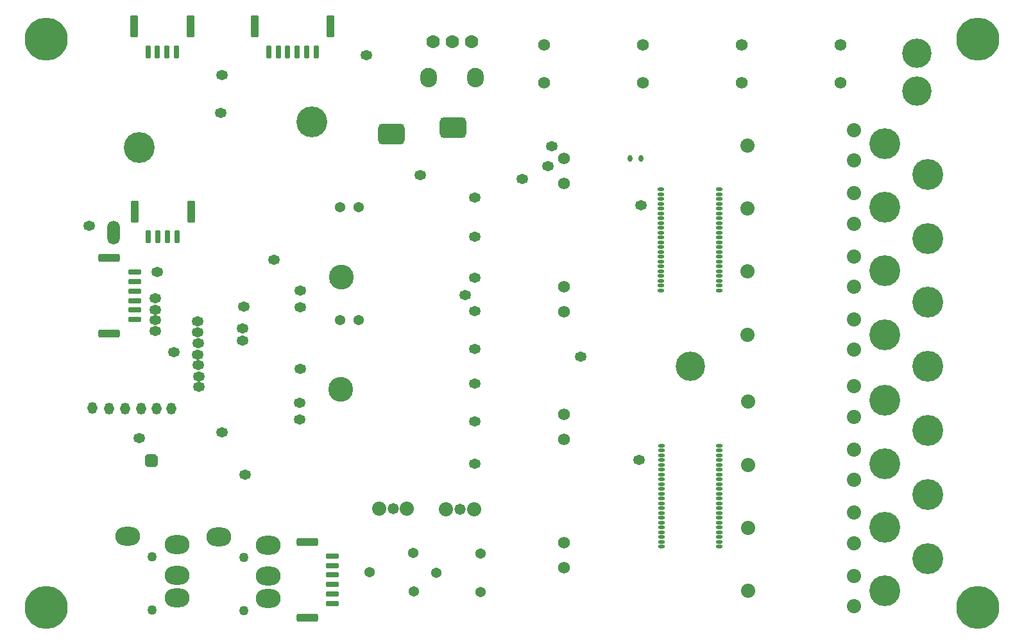
<source format=gbr>
%TF.GenerationSoftware,KiCad,Pcbnew,8.0.3*%
%TF.CreationDate,2024-09-02T13:54:09+02:00*%
%TF.ProjectId,uberamp1,75626572-616d-4703-912e-6b696361645f,rev?*%
%TF.SameCoordinates,Original*%
%TF.FileFunction,Soldermask,Bot*%
%TF.FilePolarity,Negative*%
%FSLAX46Y46*%
G04 Gerber Fmt 4.6, Leading zero omitted, Abs format (unit mm)*
G04 Created by KiCad (PCBNEW 8.0.3) date 2024-09-02 13:54:09*
%MOMM*%
%LPD*%
G01*
G04 APERTURE LIST*
G04 Aperture macros list*
%AMRoundRect*
0 Rectangle with rounded corners*
0 $1 Rounding radius*
0 $2 $3 $4 $5 $6 $7 $8 $9 X,Y pos of 4 corners*
0 Add a 4 corners polygon primitive as box body*
4,1,4,$2,$3,$4,$5,$6,$7,$8,$9,$2,$3,0*
0 Add four circle primitives for the rounded corners*
1,1,$1+$1,$2,$3*
1,1,$1+$1,$4,$5*
1,1,$1+$1,$6,$7*
1,1,$1+$1,$8,$9*
0 Add four rect primitives between the rounded corners*
20,1,$1+$1,$2,$3,$4,$5,0*
20,1,$1+$1,$4,$5,$6,$7,0*
20,1,$1+$1,$6,$7,$8,$9,0*
20,1,$1+$1,$8,$9,$2,$3,0*%
%AMFreePoly0*
4,1,41,0.405944,0.837532,0.529551,0.817955,0.540859,0.814281,0.652366,0.757465,0.661984,0.750477,0.750477,0.661984,0.757465,0.652366,0.814281,0.540859,0.817955,0.529551,0.837532,0.405944,0.838000,0.400000,0.838000,-0.400000,0.837532,-0.405944,0.817955,-0.529551,0.814281,-0.540859,0.757465,-0.652366,0.750477,-0.661984,0.661984,-0.750477,0.652366,-0.757465,0.540859,-0.814281,
0.529551,-0.817955,0.405944,-0.837532,0.400000,-0.838000,-0.400000,-0.838000,-0.405944,-0.837532,-0.529551,-0.817955,-0.540859,-0.814281,-0.652366,-0.757465,-0.661984,-0.750477,-0.750477,-0.661984,-0.757465,-0.652366,-0.814281,-0.540859,-0.817955,-0.529551,-0.837532,-0.405944,-0.838000,-0.400000,-0.838000,0.480000,-0.826870,0.506870,-0.506870,0.826870,-0.480000,0.838000,0.400000,0.838000,
0.405944,0.837532,0.405944,0.837532,$1*%
G04 Aperture macros list end*
%ADD10C,3.676000*%
%ADD11C,5.676000*%
%ADD12C,4.076000*%
%ADD13C,3.276000*%
%ADD14O,1.676000X3.076000*%
%ADD15C,1.676000*%
%ADD16RoundRect,0.555200X1.182800X-0.832800X1.182800X0.832800X-1.182800X0.832800X-1.182800X-0.832800X0*%
%ADD17FreePoly0,270.000000*%
%ADD18C,3.876000*%
%ADD19O,1.576000X1.276000*%
%ADD20O,0.881000X0.461000*%
%ADD21C,1.876000*%
%ADD22C,1.376000*%
%ADD23RoundRect,0.169000X-0.719000X0.169000X-0.719000X-0.169000X0.719000X-0.169000X0.719000X0.169000X0*%
%ADD24RoundRect,0.269000X-1.169000X0.269000X-1.169000X-0.269000X1.169000X-0.269000X1.169000X0.269000X0*%
%ADD25C,1.576000*%
%ADD26RoundRect,0.169000X0.169000X0.719000X-0.169000X0.719000X-0.169000X-0.719000X0.169000X-0.719000X0*%
%ADD27RoundRect,0.269000X0.269000X1.169000X-0.269000X1.169000X-0.269000X-1.169000X0.269000X-1.169000X0*%
%ADD28O,1.276000X1.576000*%
%ADD29O,2.213656X2.584714*%
%ADD30C,1.476000*%
%ADD31C,1.276000*%
%ADD32O,3.276000X2.476000*%
%ADD33C,1.776000*%
%ADD34RoundRect,0.242400X0.060600X0.185600X-0.060600X0.185600X-0.060600X-0.185600X0.060600X-0.185600X0*%
G04 APERTURE END LIST*
D10*
%TO.C,H3*%
X15080000Y-102960000D03*
D11*
X15080000Y-102960000D03*
%TD*%
D10*
%TO.C,H4*%
X138080000Y-27960000D03*
D11*
X138080000Y-27960000D03*
%TD*%
D10*
%TO.C,H2*%
X138080000Y-102960000D03*
D11*
X138080000Y-102960000D03*
%TD*%
D12*
%TO.C,U26*%
X27360000Y-42300000D03*
%TD*%
D13*
%TO.C,U9*%
X54100000Y-59370000D03*
%TD*%
D14*
%TO.C,U23*%
X23990000Y-53510000D03*
D15*
X23985000Y-54210000D03*
X23985000Y-52820000D03*
%TD*%
D10*
%TO.C,H5*%
X15080000Y-27960000D03*
D11*
X15080000Y-27960000D03*
%TD*%
D13*
%TO.C,U14*%
X54000000Y-74182651D03*
%TD*%
D16*
%TO.C,U18*%
X68760000Y-39670000D03*
%TD*%
%TO.C,U19*%
X60650000Y-40540000D03*
%TD*%
D17*
%TO.C,U29*%
X29040000Y-83570000D03*
%TD*%
D18*
%TO.C,H6*%
X100160000Y-71190000D03*
%TD*%
D19*
%TO.C,s15*%
X29535000Y-66480000D03*
%TD*%
%TO.C,s20*%
X29495000Y-62200000D03*
%TD*%
%TO.C,s38*%
X48550000Y-78222651D03*
%TD*%
D20*
%TO.C,IC1*%
X96265000Y-61170000D03*
X96265000Y-60535000D03*
X96265000Y-59900000D03*
X96265000Y-59265000D03*
X96265000Y-58630000D03*
X96265000Y-57995000D03*
X96265000Y-57360000D03*
X96265000Y-56725000D03*
X96265000Y-56090000D03*
X96265000Y-55455000D03*
X96265000Y-54820000D03*
X96265000Y-54185000D03*
X96265000Y-53550000D03*
X96265000Y-52915000D03*
X96265000Y-52280000D03*
X96265000Y-51645000D03*
X96265000Y-51010000D03*
X96265000Y-50375000D03*
X96265000Y-49740000D03*
X96265000Y-49105000D03*
X96265000Y-48470000D03*
X96265000Y-47835000D03*
X103900000Y-47835000D03*
X103900000Y-48470000D03*
X103900000Y-49105000D03*
X103900000Y-49740000D03*
X103900000Y-50375000D03*
X103900000Y-51010000D03*
X103900000Y-51645000D03*
X103900000Y-52280000D03*
X103900000Y-52915000D03*
X103900000Y-53550000D03*
X103900000Y-54185000D03*
X103900000Y-54820000D03*
X103900000Y-55455000D03*
X103900000Y-56090000D03*
X103900000Y-56725000D03*
X103900000Y-57360000D03*
X103900000Y-57995000D03*
X103900000Y-58630000D03*
X103900000Y-59265000D03*
X103900000Y-59900000D03*
X103900000Y-60535000D03*
X103900000Y-61170000D03*
%TD*%
D19*
%TO.C,s30*%
X93570000Y-49940000D03*
%TD*%
%TO.C,s58*%
X71670000Y-84050000D03*
%TD*%
%TO.C,s57*%
X71670000Y-63850000D03*
%TD*%
%TO.C,s45*%
X85620000Y-69860000D03*
%TD*%
%TO.C,s18*%
X35135000Y-66670000D03*
%TD*%
%TO.C,s55*%
X71670000Y-59470000D03*
%TD*%
D12*
%TO.C,TP24*%
X50180000Y-38930000D03*
%TD*%
D19*
%TO.C,s44*%
X64450000Y-45970000D03*
%TD*%
%TO.C,s27*%
X35105000Y-65200000D03*
%TD*%
%TO.C,s42*%
X77950000Y-46460000D03*
%TD*%
%TO.C,s19*%
X29495000Y-63680000D03*
%TD*%
D21*
%TO.C,L4*%
X121700000Y-44000000D03*
X121700000Y-40000000D03*
X107700000Y-42000000D03*
%TD*%
D12*
%TO.C,TP15*%
X131490000Y-71194998D03*
%TD*%
D19*
%TO.C,s51*%
X71670000Y-48870000D03*
%TD*%
D21*
%TO.C,L2*%
X121700000Y-60666666D03*
X121700000Y-56666666D03*
X107700000Y-58666666D03*
%TD*%
D22*
%TO.C,RV3*%
X72445000Y-100940000D03*
X66625000Y-98400000D03*
X72435000Y-95850000D03*
%TD*%
D21*
%TO.C,L7*%
X121712500Y-86158333D03*
X121712500Y-82158333D03*
X107712500Y-84158333D03*
%TD*%
D19*
%TO.C,s13*%
X35155000Y-68140000D03*
%TD*%
D23*
%TO.C,J3*%
X26805000Y-58740000D03*
X26805000Y-59990000D03*
X26805000Y-61240000D03*
X26805000Y-62490000D03*
X26805000Y-63740000D03*
X26805000Y-64990000D03*
D24*
X23455000Y-56890000D03*
X23455000Y-66840000D03*
%TD*%
D12*
%TO.C,TP8*%
X125737500Y-84016668D03*
%TD*%
D25*
%TO.C,C128*%
X106886666Y-28730000D03*
X106886666Y-33730000D03*
%TD*%
D26*
%TO.C,J4*%
X32365000Y-54100000D03*
X31115000Y-54100000D03*
X29865000Y-54100000D03*
X28615000Y-54100000D03*
D27*
X34215000Y-50750000D03*
X26765000Y-50750000D03*
%TD*%
D19*
%TO.C,s54*%
X71670000Y-73460000D03*
%TD*%
D25*
%TO.C,C162*%
X80780000Y-28730000D03*
X80780000Y-33730000D03*
%TD*%
D19*
%TO.C,s24*%
X48620000Y-71472651D03*
%TD*%
%TO.C,s21*%
X29760000Y-58710000D03*
%TD*%
D25*
%TO.C,s5*%
X83480000Y-80836666D03*
%TD*%
D19*
%TO.C,s9*%
X38360000Y-79890000D03*
%TD*%
D28*
%TO.C,s49*%
X21180000Y-76690000D03*
%TD*%
D12*
%TO.C,TP9*%
X131490000Y-45810000D03*
%TD*%
%TO.C,TP12*%
X131490000Y-96580000D03*
%TD*%
D21*
%TO.C,L8*%
X121712500Y-77825000D03*
X121712500Y-73825000D03*
X107712500Y-75825000D03*
%TD*%
D19*
%TO.C,s46*%
X81830000Y-42150000D03*
%TD*%
D29*
%TO.C,L9*%
X71766828Y-33080000D03*
X65593172Y-33080000D03*
%TD*%
D19*
%TO.C,s39*%
X48650000Y-61210000D03*
%TD*%
%TO.C,s43*%
X41400000Y-85500000D03*
%TD*%
D25*
%TO.C,s2*%
X83470000Y-60650000D03*
%TD*%
D21*
%TO.C,L3*%
X121700000Y-52333333D03*
X121700000Y-48333333D03*
X107700000Y-50333333D03*
%TD*%
D19*
%TO.C,s23*%
X45170000Y-57110000D03*
%TD*%
%TO.C,s29*%
X38310000Y-32690000D03*
%TD*%
D18*
%TO.C,J10*%
X129980000Y-34850000D03*
X129980000Y-29850000D03*
%TD*%
D19*
%TO.C,s8*%
X35235000Y-72510000D03*
%TD*%
%TO.C,s50*%
X70440000Y-61770000D03*
%TD*%
%TO.C,s56*%
X71670000Y-78450000D03*
%TD*%
D30*
%TO.C,J2*%
X69730000Y-90055000D03*
D21*
X67900000Y-90055000D03*
X71560000Y-90055000D03*
%TD*%
D25*
%TO.C,s6*%
X83470000Y-94443334D03*
%TD*%
D19*
%TO.C,s22*%
X20830000Y-52660000D03*
%TD*%
D12*
%TO.C,TP7*%
X125737500Y-92408334D03*
%TD*%
D31*
%TO.C,J8*%
X29120000Y-103335000D03*
X29120000Y-96335000D03*
D32*
X32370000Y-98735000D03*
X32370000Y-101735000D03*
X25870000Y-93635000D03*
X32370000Y-94735000D03*
%TD*%
D19*
%TO.C,s25*%
X57330000Y-30140000D03*
%TD*%
D28*
%TO.C,s33*%
X27625000Y-76770000D03*
%TD*%
D22*
%TO.C,C39*%
X56370000Y-65090000D03*
X53870000Y-65090000D03*
%TD*%
D12*
%TO.C,TP10*%
X131490000Y-62733332D03*
%TD*%
D25*
%TO.C,s7*%
X83480000Y-97733334D03*
%TD*%
%TO.C,C127*%
X93833333Y-28730000D03*
X93833333Y-33730000D03*
%TD*%
D19*
%TO.C,s31*%
X93320000Y-83530000D03*
%TD*%
D12*
%TO.C,TP14*%
X131490000Y-88118330D03*
%TD*%
D26*
%TO.C,J7*%
X50740000Y-29680000D03*
X49490000Y-29680000D03*
X48240000Y-29680000D03*
X46990000Y-29680000D03*
X45740000Y-29680000D03*
X44490000Y-29680000D03*
D27*
X52590000Y-26330000D03*
X42640000Y-26330000D03*
%TD*%
D33*
%TO.C,U20*%
X71270000Y-28280000D03*
X68730000Y-28280000D03*
X66190000Y-28280000D03*
%TD*%
D25*
%TO.C,s4*%
X83470000Y-77546666D03*
%TD*%
D19*
%TO.C,s11*%
X35185000Y-71030000D03*
%TD*%
%TO.C,s17*%
X41060000Y-67770000D03*
%TD*%
D12*
%TO.C,TP3*%
X125750000Y-50191668D03*
%TD*%
%TO.C,TP1*%
X125750000Y-66975002D03*
%TD*%
D26*
%TO.C,J11*%
X32295000Y-29640000D03*
X31045000Y-29640000D03*
X29795000Y-29640000D03*
X28545000Y-29640000D03*
D27*
X34145000Y-26290000D03*
X26695000Y-26290000D03*
%TD*%
D25*
%TO.C,s0*%
X83470000Y-43753334D03*
%TD*%
D12*
%TO.C,TP13*%
X131490000Y-54271666D03*
%TD*%
D19*
%TO.C,s48*%
X32000000Y-69300000D03*
%TD*%
%TO.C,s53*%
X71670000Y-54090000D03*
%TD*%
D25*
%TO.C,s3*%
X83480000Y-63940000D03*
%TD*%
D19*
%TO.C,s37*%
X48650000Y-63410000D03*
%TD*%
D21*
%TO.C,L1*%
X121700000Y-69000000D03*
X121700000Y-65000000D03*
X107700000Y-67000000D03*
%TD*%
D19*
%TO.C,s12*%
X41200000Y-63260000D03*
%TD*%
D12*
%TO.C,TP6*%
X125737500Y-75625002D03*
%TD*%
D25*
%TO.C,s1*%
X83480000Y-47043334D03*
%TD*%
D19*
%TO.C,s41*%
X27420000Y-80640000D03*
%TD*%
D30*
%TO.C,J9*%
X60885000Y-89975000D03*
D21*
X59055000Y-89975000D03*
X62715000Y-89975000D03*
%TD*%
D25*
%TO.C,C132*%
X119940000Y-28730000D03*
X119940000Y-33730000D03*
%TD*%
D23*
%TO.C,J12*%
X52920000Y-96215000D03*
X52920000Y-97465000D03*
X52920000Y-98715000D03*
X52920000Y-99965000D03*
X52920000Y-101215000D03*
X52920000Y-102465000D03*
D24*
X49570000Y-94365000D03*
X49570000Y-104315000D03*
%TD*%
D22*
%TO.C,C4*%
X56370000Y-50160000D03*
X53870000Y-50160000D03*
%TD*%
D28*
%TO.C,s35*%
X23425000Y-76770000D03*
%TD*%
D19*
%TO.C,s10*%
X41070000Y-66170000D03*
%TD*%
D12*
%TO.C,TP2*%
X125750000Y-58583334D03*
%TD*%
D19*
%TO.C,s28*%
X38140000Y-37710000D03*
%TD*%
D21*
%TO.C,L5*%
X121712500Y-102825000D03*
X121712500Y-98825000D03*
X107712500Y-100825000D03*
%TD*%
D28*
%TO.C,s32*%
X29725000Y-76770000D03*
%TD*%
D19*
%TO.C,s16*%
X29505000Y-65070000D03*
%TD*%
%TO.C,s26*%
X35275000Y-73880000D03*
%TD*%
D21*
%TO.C,L6*%
X121712500Y-94491666D03*
X121712500Y-90491666D03*
X107712500Y-92491666D03*
%TD*%
D12*
%TO.C,TP11*%
X131490000Y-79656664D03*
%TD*%
D19*
%TO.C,s40*%
X48550000Y-76022651D03*
%TD*%
%TO.C,s14*%
X35135000Y-69630000D03*
%TD*%
D20*
%TO.C,IC2*%
X96277500Y-94995000D03*
X96277500Y-94360000D03*
X96277500Y-93725000D03*
X96277500Y-93090000D03*
X96277500Y-92455000D03*
X96277500Y-91820000D03*
X96277500Y-91185000D03*
X96277500Y-90550000D03*
X96277500Y-89915000D03*
X96277500Y-89280000D03*
X96277500Y-88645000D03*
X96277500Y-88010000D03*
X96277500Y-87375000D03*
X96277500Y-86740000D03*
X96277500Y-86105000D03*
X96277500Y-85470000D03*
X96277500Y-84835000D03*
X96277500Y-84200000D03*
X96277500Y-83565000D03*
X96277500Y-82930000D03*
X96277500Y-82295000D03*
X96277500Y-81660000D03*
X103912500Y-81660000D03*
X103912500Y-82295000D03*
X103912500Y-82930000D03*
X103912500Y-83565000D03*
X103912500Y-84200000D03*
X103912500Y-84835000D03*
X103912500Y-85470000D03*
X103912500Y-86105000D03*
X103912500Y-86740000D03*
X103912500Y-87375000D03*
X103912500Y-88010000D03*
X103912500Y-88645000D03*
X103912500Y-89280000D03*
X103912500Y-89915000D03*
X103912500Y-90550000D03*
X103912500Y-91185000D03*
X103912500Y-91820000D03*
X103912500Y-92455000D03*
X103912500Y-93090000D03*
X103912500Y-93725000D03*
X103912500Y-94360000D03*
X103912500Y-94995000D03*
%TD*%
D22*
%TO.C,RV4*%
X63600000Y-100860000D03*
X57780000Y-98320000D03*
X63590000Y-95770000D03*
%TD*%
D34*
%TO.C,TH2*%
X93575000Y-43710000D03*
X92205000Y-43710000D03*
%TD*%
D28*
%TO.C,s34*%
X25525000Y-76770000D03*
%TD*%
D12*
%TO.C,TP4*%
X125750000Y-41800002D03*
%TD*%
D19*
%TO.C,s52*%
X71670000Y-68850000D03*
%TD*%
D28*
%TO.C,s36*%
X31665000Y-76790000D03*
%TD*%
D31*
%TO.C,J6*%
X41180000Y-103425000D03*
X41180000Y-96425000D03*
D32*
X44430000Y-98825000D03*
X44430000Y-101825000D03*
X37930000Y-93725000D03*
X44430000Y-94825000D03*
%TD*%
D12*
%TO.C,TP5*%
X125737500Y-100800002D03*
%TD*%
D19*
%TO.C,s47*%
X81350000Y-44720000D03*
%TD*%
M02*

</source>
